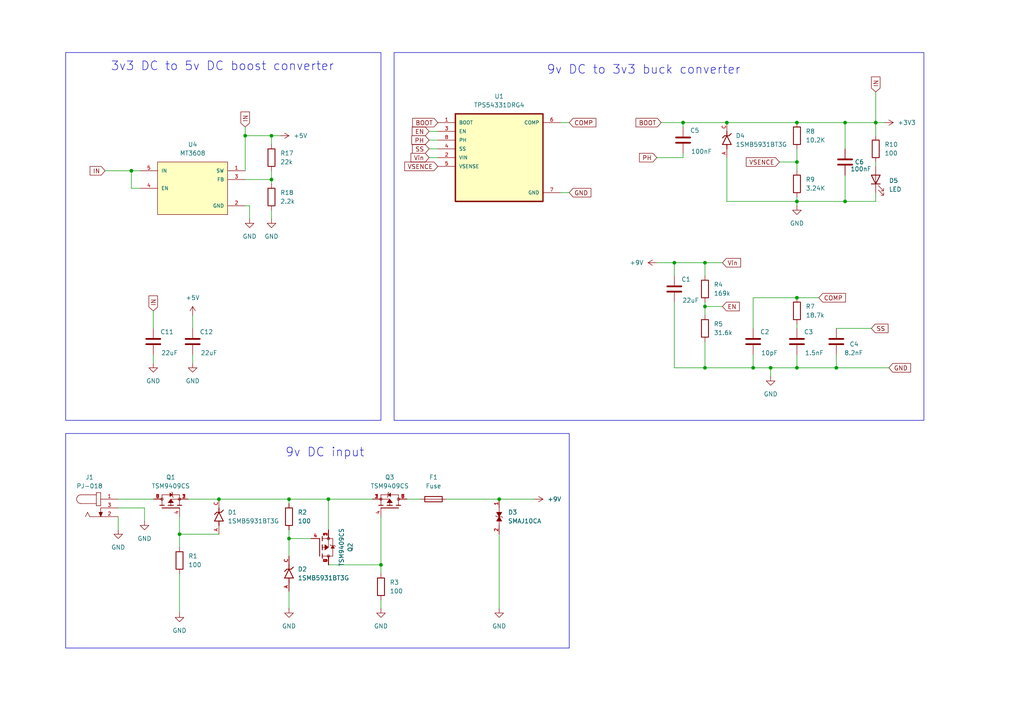
<source format=kicad_sch>
(kicad_sch (version 20231120) (generator "eeschema") (generator_version "8.0")
  (paper "A4")
  (title_block (title "M.2 E-KEY SOCKET") (date "20 NO 2024") (rev "1") (company "ABTTRACT MACHINES") (comment 1 "DRAWN BY: JEFF MBOYA") (comment 2 "APPROVED BY: "))
  (lib_symbols
    (symbol "1SMB5931BT3G:1SMB5931BT3G" (pin_names (offset 1.016))
      (property "Reference" "D" (at -5.08 2.54 0))
      (property "Value" "1SMB5931BT3G" (at -5.08 -3.81 0))
      (symbol "1SMB5931BT3G_0_0"
        (polyline (pts (xy -2.54 0) (xy -1.27 0)) (stroke (width 0.254)))
        (polyline (pts (xy -1.27 -1.27) (xy 1.27 0)) (stroke (width 0.254)))
        (polyline (pts (xy -1.27 0) (xy -1.27 -1.27)) (stroke (width 0.254)))
        (polyline (pts (xy -1.27 1.27) (xy -1.27 0)) (stroke (width 0.254)))
        (polyline (pts (xy 0.635 1.27) (xy 1.27 0.635)) (stroke (width 0.254)))
        (polyline (pts (xy 1.27 -0.635) (xy 1.905 -1.27)) (stroke (width 0.254)))
        (polyline (pts (xy 1.27 0) (xy -1.27 1.27)) (stroke (width 0.254)))
        (polyline (pts (xy 1.27 0) (xy 1.27 -0.635)) (stroke (width 0.254)))
        (polyline (pts (xy 1.27 0.635) (xy 1.27 0)) (stroke (width 0.254)))
        (polyline (pts (xy 2.54 0) (xy 1.27 0)) (stroke (width 0.254)))
        (pin passive line (at -5.08 0 0) (length 2.54) (name "~") (number "A"))
        (pin passive line (at 5.08 0 180) (length 2.54) (name "~") (number "C"))
      )
    )
    (symbol "Device:C" (pin_numbers hide) (pin_names (offset 0.254))
      (property "Reference" "C" (at 0.635 2.54 0))
      (property "Value" "C" (at 0.635 -2.54 0))
      (symbol "C_0_1"
        (polyline (pts (xy -2.032 -0.762) (xy 2.032 -0.762)) (stroke (width 0.508)))
        (polyline (pts (xy -2.032 0.762) (xy 2.032 0.762)) (stroke (width 0.508)))
      )
      (symbol "C_1_1"
        (pin passive line (at 0 3.81 270) (length 2.794) (name "~") (number "1"))
        (pin passive line (at 0 -3.81 90) (length 2.794) (name "~") (number "2"))
      )
    )
    (symbol "Device:Fuse" (pin_numbers hide) (pin_names (offset 0))
      (property "Reference" "F" (at 2.032 0 90))
      (property "Value" "Fuse" (at -1.905 0 90))
      (symbol "Fuse_0_1"
        (rectangle (start -0.762 -2.54) (end 0.762 2.54) (stroke (width 0.254)))
        (polyline (pts (xy 0 2.54) (xy 0 -2.54)))
      )
      (symbol "Fuse_1_1"
        (pin passive line (at 0 3.81 270) (length 1.27) (name "~") (number "1"))
        (pin passive line (at 0 -3.81 90) (length 1.27) (name "~") (number "2"))
      )
    )
    (symbol "Device:LED" (pin_numbers hide) (pin_names (offset 1.016) hide)
      (property "Reference" "D" (at 0 2.54 0))
      (property "Value" "LED" (at 0 -2.54 0))
      (symbol "LED_0_1"
        (polyline (pts (xy -1.27 -1.27) (xy -1.27 1.27)) (stroke (width 0.254)))
        (polyline (pts (xy -1.27 0) (xy 1.27 0)))
        (polyline (pts (xy 1.27 -1.27) (xy 1.27 1.27) (xy -1.27 0) (xy 1.27 -1.27)) (stroke (width 0.254)))
        (polyline (pts (xy -3.048 -0.762) (xy -4.572 -2.286) (xy -3.81 -2.286) (xy -4.572 -2.286) (xy -4.572 -1.524)))
        (polyline (pts (xy -1.778 -0.762) (xy -3.302 -2.286) (xy -2.54 -2.286) (xy -3.302 -2.286) (xy -3.302 -1.524)))
      )
      (symbol "LED_1_1"
        (pin passive line (at -3.81 0 0) (length 2.54) (name "K") (number "1"))
        (pin passive line (at 3.81 0 180) (length 2.54) (name "A") (number "2"))
      )
    )
    (symbol "Device:R" (pin_numbers hide) (pin_names (offset 0))
      (property "Reference" "R" (at 2.032 0 90))
      (property "Value" "R" (at 0 0 90))
      (symbol "R_0_1"
        (rectangle (start -1.016 -2.54) (end 1.016 2.54) (stroke (width 0.254)))
      )
      (symbol "R_1_1"
        (pin passive line (at 0 3.81 270) (length 1.27) (name "~") (number "1"))
        (pin passive line (at 0 -3.81 90) (length 1.27) (name "~") (number "2"))
      )
    )
    (symbol "MT3608:MT3608" (pin_names (offset 1.016))
      (property "Reference" "U" (at -10.16 10.16 0))
      (property "Value" "MT3608" (at -10.16 -12.7 0))
      (symbol "MT3608_0_0"
        (rectangle (start -10.16 -7.62) (end 10.16 7.62) (stroke (width 0.1524)) (fill (type background)))
        (pin output line (at 15.24 5.08 180) (length 5.08) (name "SW") (number "1"))
        (pin power_in line (at 15.24 -5.08 180) (length 5.08) (name "GND") (number "2"))
        (pin input line (at 15.24 2.54 180) (length 5.08) (name "FB") (number "3"))
        (pin input line (at -15.24 0 0) (length 5.08) (name "EN") (number "4"))
        (pin input line (at -15.24 5.08 0) (length 5.08) (name "IN") (number "5"))
      )
    )
    (symbol "PJ-018:PJ-018" (pin_names (offset 1.016))
      (property "Reference" "J" (at -7.6332 5.0888 0))
      (property "Value" "PJ-018" (at -7.6348 -5.0898 0))
      (symbol "PJ-018_0_0"
        (arc (start -5.715 3.81) (mid -6.9794 2.54) (end -5.715 1.27) (stroke (width 0.1524)))
        (polyline (pts (xy -5.715 3.81) (xy -1.27 3.81)) (stroke (width 0.1524)))
        (polyline (pts (xy -3.81 -1.27) (xy -4.445 -2.54)) (stroke (width 0.1524)))
        (polyline (pts (xy -3.175 -2.54) (xy -3.81 -1.27)) (stroke (width 0.1524)))
        (polyline (pts (xy -1.27 0.635) (xy 0 0.635)) (stroke (width 0.1524)))
        (polyline (pts (xy -1.27 1.27) (xy -5.715 1.27)) (stroke (width 0.1524)))
        (polyline (pts (xy -1.27 1.27) (xy -1.27 0.635)) (stroke (width 0.1524)))
        (polyline (pts (xy -1.27 3.81) (xy -1.27 1.27)) (stroke (width 0.1524)))
        (polyline (pts (xy -1.27 4.445) (xy -1.27 3.81)) (stroke (width 0.1524)))
        (polyline (pts (xy 0 -2.54) (xy -3.175 -2.54)) (stroke (width 0.1524)))
        (polyline (pts (xy 0 0) (xy 0 -2.54)) (stroke (width 0.1524)))
        (polyline (pts (xy 0 0.635) (xy 0 4.445)) (stroke (width 0.1524)))
        (polyline (pts (xy 0 4.445) (xy -1.27 4.445)) (stroke (width 0.1524)))
        (polyline (pts (xy 0 -2.54) (xy -0.508 -1.27) (xy 0.508 -1.27) (xy 0 -2.54)) (stroke (width 0.1524)) (fill (type outline)))
        (pin passive line (at 5.08 2.54 180) (length 5.08) (name "~") (number "1"))
        (pin passive line (at 5.08 -2.54 180) (length 5.08) (name "~") (number "2"))
        (pin passive line (at 5.08 0 180) (length 5.08) (name "~") (number "3"))
      )
    )
    (symbol "SMAJ10CA:SMAJ10CA" (pin_names (offset 1.016))
      (property "Reference" "D" (at -5.08 2.54 0))
      (property "Value" "SMAJ10CA" (at -5.08 -5.08 0))
      (symbol "SMAJ10CA_0_0"
        (polyline (pts (xy -1.27 0) (xy -2.54 0)) (stroke (width 0.1524)))
        (polyline (pts (xy 0 -0.762) (xy -0.254 -1.016)) (stroke (width 0.1524)))
        (polyline (pts (xy 0 -0.762) (xy 0 0.762)) (stroke (width 0.1524)))
        (polyline (pts (xy 0 0.762) (xy 0.254 1.016)) (stroke (width 0.1524)))
        (polyline (pts (xy 1.27 0) (xy 2.54 0)) (stroke (width 0.1524)))
        (polyline (pts (xy 0 0) (xy -1.27 -0.762) (xy -1.27 0.762) (xy 0 0)) (stroke (width 0.1524)) (fill (type outline)))
        (polyline (pts (xy 0 0) (xy 1.27 0.762) (xy 1.27 -0.762) (xy 0 0)) (stroke (width 0.1524)) (fill (type outline)))
        (pin passive line (at -5.08 0 0) (length 2.54) (name "~") (number "1"))
        (pin passive line (at 5.08 0 180) (length 2.54) (name "~") (number "2"))
      )
    )
    (symbol "TPS54331DRG4:TPS54331DRG4" (pin_names (offset 1.016))
      (property "Reference" "U" (at -12.7 13.7 0))
      (property "Value" "TPS54331DRG4" (at -12.7 -16.7 0))
      (symbol "TPS54331DRG4_0_0"
        (rectangle (start -12.7 -12.7) (end 12.7 12.7) (stroke (width 0.41)) (fill (type background)))
        (pin input line (at -17.78 10.16 0) (length 5.08) (name "BOOT") (number "1"))
        (pin input line (at -17.78 0 0) (length 5.08) (name "VIN") (number "2"))
        (pin input line (at -17.78 7.62 0) (length 5.08) (name "EN") (number "3"))
        (pin input line (at -17.78 2.54 0) (length 5.08) (name "SS") (number "4"))
        (pin input line (at -17.78 -2.54 0) (length 5.08) (name "VSENSE") (number "5"))
        (pin output line (at 17.78 10.16 180) (length 5.08) (name "COMP") (number "6"))
        (pin power_in line (at 17.78 -10.16 180) (length 5.08) (name "GND") (number "7"))
        (pin input line (at -17.78 5.08 0) (length 5.08) (name "PH") (number "8"))
      )
    )
    (symbol "TSM9409CS:TSM9409CS" (pin_names (offset 1.016))
      (property "Reference" "Q" (at -8.89 3.81 0))
      (property "Value" "TSM9409CS" (at -8.89 -6.35 0))
      (symbol "TSM9409CS_0_0"
        (polyline (pts (xy 0 -2.54) (xy 0 2.54)) (stroke (width 0.254)))
        (polyline (pts (xy 0.762 -3.175) (xy 0.762 -2.54)) (stroke (width 0.254)))
        (polyline (pts (xy 0.762 -2.54) (xy 0.762 -1.905)) (stroke (width 0.254)))
        (polyline (pts (xy 0.762 -2.54) (xy 3.81 -2.54)) (stroke (width 0.1524)))
        (polyline (pts (xy 0.762 -0.762) (xy 0.762 0)) (stroke (width 0.254)))
        (polyline (pts (xy 0.762 0) (xy 0.762 0.762)) (stroke (width 0.254)))
        (polyline (pts (xy 0.762 0) (xy 2.54 0)) (stroke (width 0.1524)))
        (polyline (pts (xy 0.762 1.905) (xy 0.762 2.54)) (stroke (width 0.254)))
        (polyline (pts (xy 0.762 2.54) (xy 0.762 3.175)) (stroke (width 0.254)))
        (polyline (pts (xy 2.54 0) (xy 2.54 2.54)) (stroke (width 0.1524)))
        (polyline (pts (xy 2.54 2.54) (xy 0.762 2.54)) (stroke (width 0.1524)))
        (polyline (pts (xy 2.54 2.54) (xy 3.81 2.54)) (stroke (width 0.1524)))
        (polyline (pts (xy 3.048 0.762) (xy 3.302 0.508)) (stroke (width 0.1524)))
        (polyline (pts (xy 3.302 0.508) (xy 3.81 0.508)) (stroke (width 0.1524)))
        (polyline (pts (xy 3.81 -2.54) (xy 3.81 0.508)) (stroke (width 0.1524)))
        (polyline (pts (xy 3.81 0.508) (xy 3.81 2.54)) (stroke (width 0.1524)))
        (polyline (pts (xy 3.81 0.508) (xy 4.318 0.508)) (stroke (width 0.1524)))
        (polyline (pts (xy 4.318 0.508) (xy 4.572 0.254)) (stroke (width 0.1524)))
        (polyline (pts (xy 2.54 0) (xy 1.524 0.762) (xy 1.524 -0.762) (xy 2.54 0)) (stroke (width 0.1524)) (fill (type outline)))
        (polyline (pts (xy 3.81 0.508) (xy 4.318 -0.254) (xy 3.302 -0.254) (xy 3.81 0.508)) (stroke (width 0.1524)) (fill (type outline)))
        (circle (center 2.54 -2.54) (radius 0.3592))
        (circle (center 2.54 2.54) (radius 0.3592))
        (pin passive line (at 2.54 5.08 270) (length 2.54) (name "~") (number "1"))
        (pin passive line (at 2.54 5.08 270) (length 2.54) (name "~") (number "2"))
        (pin passive line (at 2.54 5.08 270) (length 2.54) (name "~") (number "3"))
        (pin passive line (at -2.54 2.54 0) (length 2.54) (name "~") (number "4"))
        (pin passive line (at 2.54 -5.08 90) (length 2.54) (name "~") (number "5"))
        (pin passive line (at 2.54 -5.08 90) (length 2.54) (name "~") (number "6"))
        (pin passive line (at 2.54 -5.08 90) (length 2.54) (name "~") (number "7"))
        (pin passive line (at 2.54 -5.08 90) (length 2.54) (name "~") (number "8"))
      )
    )
    (symbol "power:+3V3" (power) (pin_numbers hide) (pin_names (offset 0) hide)
      (property "Value" "+3V3" (at 0 3.556 0))
      (symbol "+3V3_0_1"
        (polyline (pts (xy -0.762 1.27) (xy 0 2.54)))
        (polyline (pts (xy 0 0) (xy 0 2.54)))
        (polyline (pts (xy 0 2.54) (xy 0.762 1.27)))
      )
      (symbol "+3V3_1_1"
        (pin power_in line (at 0 0 90) (length 0) (name "~") (number "1"))
      )
    )
    (symbol "power:+5V" (power) (pin_numbers hide) (pin_names (offset 0) hide)
      (property "Value" "+5V" (at 0 3.556 0))
      (symbol "+5V_0_1"
        (polyline (pts (xy -0.762 1.27) (xy 0 2.54)))
        (polyline (pts (xy 0 0) (xy 0 2.54)))
        (polyline (pts (xy 0 2.54) (xy 0.762 1.27)))
      )
      (symbol "+5V_1_1"
        (pin power_in line (at 0 0 90) (length 0) (name "~") (number "1"))
      )
    )
    (symbol "power:+9V" (power) (pin_numbers hide) (pin_names (offset 0) hide)
      (property "Value" "+9V" (at 0 3.556 0))
      (symbol "+9V_0_1"
        (polyline (pts (xy -0.762 1.27) (xy 0 2.54)))
        (polyline (pts (xy 0 0) (xy 0 2.54)))
        (polyline (pts (xy 0 2.54) (xy 0.762 1.27)))
      )
      (symbol "+9V_1_1"
        (pin power_in line (at 0 0 90) (length 0) (name "~") (number "1"))
      )
    )
    (symbol "power:GND" (power) (pin_names (offset 0))
      (property "Value" "GND" (at 0 -3.81 0))
      (symbol "GND_0_1"
        (polyline (pts (xy 0 0) (xy 0 -1.27) (xy 1.27 -1.27) (xy 0 -2.54) (xy -1.27 -1.27) (xy 0 -1.27)))
      )
      (symbol "GND_1_1"
        (pin power_in line (at 0 0 270) (length 0) hide (name "GND") (number "1"))
      )
    )
    (symbol "power:GND1" (power) (pin_numbers hide) (pin_names (offset 0) hide)
      (property "Value" "GND1" (at 0 -3.81 0))
      (symbol "GND1_0_1"
        (polyline (pts (xy 0 0) (xy 0 -1.27) (xy 1.27 -1.27) (xy 0 -2.54) (xy -1.27 -1.27) (xy 0 -1.27)))
      )
      (symbol "GND1_1_1"
        (pin power_in line (at 0 0 270) (length 0) (name "~") (number "1"))
      )
    )
  )
  (junction (at 223.52 106.68))
  (junction (at 38.1 49.53))
  (junction (at 231.14 86.36))
  (junction (at 231.14 35.56))
  (junction (at 110.49 163.83))
  (junction (at 198.12 35.56))
  (junction (at 52.07 154.94))
  (junction (at 242.57 106.68))
  (junction (at 204.47 88.9))
  (junction (at 210.82 35.56))
  (junction (at 144.78 144.78))
  (junction (at 83.82 156.21))
  (junction (at 245.11 35.56))
  (junction (at 231.14 58.42))
  (junction (at 78.74 52.07))
  (junction (at 95.25 144.78))
  (junction (at 245.11 58.42))
  (junction (at 204.47 76.2))
  (junction (at 195.58 76.2))
  (junction (at 63.5 144.78))
  (junction (at 83.82 144.78))
  (junction (at 218.44 106.68))
  (junction (at 231.14 46.99))
  (junction (at 254 35.56))
  (junction (at 231.14 106.68))
  (junction (at 71.12 39.37))
  (junction (at 204.47 106.68))
  (junction (at 78.74 39.37))
  (wire (pts (xy 190.5 45.72) (xy 198.12 45.72)))
  (wire (pts (xy 204.47 88.9) (xy 204.47 91.44)))
  (wire (pts (xy 38.1 49.53) (xy 40.64 49.53)))
  (wire (pts (xy 218.44 106.68) (xy 204.47 106.68)))
  (wire (pts (xy 226.06 46.99) (xy 231.14 46.99)))
  (wire (pts (xy 124.46 43.18) (xy 127 43.18)))
  (wire (pts (xy 52.07 154.94) (xy 52.07 158.75)))
  (wire (pts (xy 191.77 35.56) (xy 198.12 35.56)))
  (wire (pts (xy 223.52 106.68) (xy 218.44 106.68)))
  (wire (pts (xy 63.5 144.78) (xy 83.82 144.78)))
  (wire (pts (xy 78.74 39.37) (xy 71.12 39.37)))
  (wire (pts (xy 231.14 58.42) (xy 245.11 58.42)))
  (wire (pts (xy 198.12 45.72) (xy 198.12 44.45)))
  (wire (pts (xy 44.45 95.25) (xy 44.45 90.17)))
  (wire (pts (xy 78.74 63.5) (xy 78.74 60.96)))
  (wire (pts (xy 231.14 102.87) (xy 231.14 106.68)))
  (wire (pts (xy 242.57 106.68) (xy 257.81 106.68)))
  (wire (pts (xy 242.57 95.25) (xy 252.73 95.25)))
  (wire (pts (xy 124.46 45.72) (xy 127 45.72)))
  (wire (pts (xy 210.82 58.42) (xy 231.14 58.42)))
  (wire (pts (xy 83.82 156.21) (xy 83.82 161.29)))
  (wire (pts (xy 41.91 147.32) (xy 41.91 151.13)))
  (wire (pts (xy 71.12 49.53) (xy 71.12 39.37)))
  (wire (pts (xy 245.11 43.18) (xy 245.11 35.56)))
  (wire (pts (xy 110.49 149.86) (xy 110.49 163.83)))
  (wire (pts (xy 34.29 144.78) (xy 44.45 144.78)))
  (wire (pts (xy 231.14 46.99) (xy 231.14 49.53)))
  (wire (pts (xy 231.14 93.98) (xy 231.14 95.25)))
  (wire (pts (xy 223.52 106.68) (xy 231.14 106.68)))
  (wire (pts (xy 52.07 149.86) (xy 52.07 154.94)))
  (wire (pts (xy 195.58 76.2) (xy 195.58 80.01)))
  (wire (pts (xy 83.82 144.78) (xy 83.82 146.05)))
  (wire (pts (xy 38.1 54.61) (xy 38.1 49.53)))
  (wire (pts (xy 231.14 57.15) (xy 231.14 58.42)))
  (wire (pts (xy 254 35.56) (xy 254 39.37)))
  (wire (pts (xy 118.11 144.78) (xy 121.92 144.78)))
  (wire (pts (xy 231.14 35.56) (xy 245.11 35.56)))
  (wire (pts (xy 231.14 86.36) (xy 237.49 86.36)))
  (wire (pts (xy 34.29 147.32) (xy 41.91 147.32)))
  (wire (pts (xy 144.78 176.53) (xy 144.78 154.94)))
  (wire (pts (xy 78.74 52.07) (xy 78.74 53.34)))
  (wire (pts (xy 204.47 88.9) (xy 209.55 88.9)))
  (wire (pts (xy 195.58 76.2) (xy 204.47 76.2)))
  (wire (pts (xy 254 35.56) (xy 256.54 35.56)))
  (wire (pts (xy 110.49 173.99) (xy 110.49 176.53)))
  (wire (pts (xy 124.46 38.1) (xy 127 38.1)))
  (wire (pts (xy 71.12 36.83) (xy 71.12 39.37)))
  (wire (pts (xy 34.29 153.67) (xy 34.29 149.86)))
  (wire (pts (xy 78.74 39.37) (xy 78.74 41.91)))
  (wire (pts (xy 198.12 35.56) (xy 210.82 35.56)))
  (wire (pts (xy 55.88 91.44) (xy 55.88 95.25)))
  (wire (pts (xy 95.25 144.78) (xy 107.95 144.78)))
  (wire (pts (xy 210.82 45.72) (xy 210.82 58.42)))
  (wire (pts (xy 210.82 35.56) (xy 231.14 35.56)))
  (wire (pts (xy 218.44 102.87) (xy 218.44 106.68)))
  (wire (pts (xy 71.12 52.07) (xy 78.74 52.07)))
  (wire (pts (xy 144.78 144.78) (xy 154.94 144.78)))
  (wire (pts (xy 83.82 156.21) (xy 90.17 156.21)))
  (wire (pts (xy 95.25 163.83) (xy 110.49 163.83)))
  (wire (pts (xy 195.58 106.68) (xy 204.47 106.68)))
  (wire (pts (xy 204.47 76.2) (xy 209.55 76.2)))
  (wire (pts (xy 129.54 144.78) (xy 144.78 144.78)))
  (wire (pts (xy 231.14 106.68) (xy 242.57 106.68)))
  (wire (pts (xy 231.14 86.36) (xy 218.44 86.36)))
  (wire (pts (xy 245.11 58.42) (xy 254 58.42)))
  (wire (pts (xy 52.07 154.94) (xy 63.5 154.94)))
  (wire (pts (xy 254 26.67) (xy 254 35.56)))
  (wire (pts (xy 52.07 166.37) (xy 52.07 177.8)))
  (wire (pts (xy 223.52 109.22) (xy 223.52 106.68)))
  (wire (pts (xy 72.39 63.5) (xy 72.39 59.69)))
  (wire (pts (xy 72.39 59.69) (xy 71.12 59.69)))
  (wire (pts (xy 55.88 102.87) (xy 55.88 105.41)))
  (wire (pts (xy 245.11 50.8) (xy 245.11 58.42)))
  (wire (pts (xy 218.44 86.36) (xy 218.44 95.25)))
  (wire (pts (xy 54.61 144.78) (xy 63.5 144.78)))
  (wire (pts (xy 198.12 35.56) (xy 198.12 36.83)))
  (wire (pts (xy 204.47 106.68) (xy 204.47 99.06)))
  (wire (pts (xy 124.46 40.64) (xy 127 40.64)))
  (wire (pts (xy 254 46.99) (xy 254 48.26)))
  (wire (pts (xy 78.74 49.53) (xy 78.74 52.07)))
  (wire (pts (xy 204.47 87.63) (xy 204.47 88.9)))
  (wire (pts (xy 204.47 76.2) (xy 204.47 80.01)))
  (wire (pts (xy 40.64 54.61) (xy 38.1 54.61)))
  (wire (pts (xy 83.82 171.45) (xy 83.82 176.53)))
  (wire (pts (xy 254 55.88) (xy 254 58.42)))
  (wire (pts (xy 165.1 35.56) (xy 162.56 35.56)))
  (wire (pts (xy 30.48 49.53) (xy 38.1 49.53)))
  (wire (pts (xy 95.25 144.78) (xy 83.82 144.78)))
  (wire (pts (xy 110.49 163.83) (xy 110.49 166.37)))
  (wire (pts (xy 195.58 87.63) (xy 195.58 106.68)))
  (wire (pts (xy 190.5 76.2) (xy 195.58 76.2)))
  (wire (pts (xy 81.28 39.37) (xy 78.74 39.37)))
  (wire (pts (xy 83.82 153.67) (xy 83.82 156.21)))
  (wire (pts (xy 242.57 102.87) (xy 242.57 106.68)))
  (wire (pts (xy 44.45 102.87) (xy 44.45 105.41)))
  (wire (pts (xy 95.25 144.78) (xy 95.25 153.67)))
  (wire (pts (xy 165.1 55.88) (xy 162.56 55.88)))
  (wire (pts (xy 231.14 43.18) (xy 231.14 46.99)))
  (wire (pts (xy 231.14 59.69) (xy 231.14 58.42)))
  (wire (pts (xy 245.11 35.56) (xy 254 35.56)))
  (rectangle (start 114.3 15.24) (end 267.97 121.92))
  (rectangle (start 19.05 125.73) (end 165.1 187.96))
  (rectangle (start 19.05 15.24) (end 110.49 121.92))
  (text "9v DC input" (at 94.234 131.318 0) (effects (font (size 2.54 2.54))))
  (text "9v DC to 3v3 buck converter" (at 186.69 20.32 0) (effects (font (size 2.54 2.54))))
  (text "3v3 DC to 5v DC boost converter" (at 64.516 19.304 0) (effects (font (size 2.54 2.54))))
  (global_label "IN" (shape input) (at 254 26.67 90) (property "Intersheetrefs" "${INTERSHEET_REFS}" (effects (hide yes))))
  (global_label "COMP" (shape input) (at 165.1 35.56 0) (property "Intersheetrefs" "${INTERSHEET_REFS}" (effects (hide yes))))
  (global_label "VSENCE" (shape input) (at 226.06 46.99 180) (property "Intersheetrefs" "${INTERSHEET_REFS}" (effects (hide yes))))
  (global_label "BOOT" (shape input) (at 191.77 35.56 180) (property "Intersheetrefs" "${INTERSHEET_REFS}" (effects (hide yes))))
  (global_label "BOOT" (shape input) (at 127 35.56 180) (property "Intersheetrefs" "${INTERSHEET_REFS}" (effects (hide yes))))
  (global_label "Vin" (shape input) (at 209.55 76.2 0) (property "Intersheetrefs" "${INTERSHEET_REFS}" (effects (hide yes))))
  (global_label "EN" (shape input) (at 209.55 88.9 0) (property "Intersheetrefs" "${INTERSHEET_REFS}" (effects (hide yes))))
  (global_label "GND" (shape input) (at 165.1 55.88 0) (property "Intersheetrefs" "${INTERSHEET_REFS}" (effects (hide yes))))
  (global_label "VSENCE" (shape input) (at 127 48.26 180) (property "Intersheetrefs" "${INTERSHEET_REFS}" (effects (hide yes))))
  (global_label "GND" (shape input) (at 257.81 106.68 0) (property "Intersheetrefs" "${INTERSHEET_REFS}" (effects (hide yes))))
  (global_label "IN" (shape input) (at 71.12 36.83 90) (property "Intersheetrefs" "${INTERSHEET_REFS}" (effects (hide yes))))
  (global_label "IN" (shape input) (at 30.48 49.53 180) (property "Intersheetrefs" "${INTERSHEET_REFS}" (effects (hide yes))))
  (global_label "EN" (shape input) (at 124.46 38.1 180) (property "Intersheetrefs" "${INTERSHEET_REFS}" (effects (hide yes))))
  (global_label "SS" (shape input) (at 124.46 43.18 180) (property "Intersheetrefs" "${INTERSHEET_REFS}" (effects (hide yes))))
  (global_label "Vin" (shape input) (at 124.46 45.72 180) (property "Intersheetrefs" "${INTERSHEET_REFS}" (effects (hide yes))))
  (global_label "PH" (shape input) (at 124.46 40.64 180) (property "Intersheetrefs" "${INTERSHEET_REFS}" (effects (hide yes))))
  (global_label "COMP" (shape input) (at 237.49 86.36 0) (property "Intersheetrefs" "${INTERSHEET_REFS}" (effects (hide yes))))
  (global_label "SS" (shape input) (at 252.73 95.25 0) (property "Intersheetrefs" "${INTERSHEET_REFS}" (effects (hide yes))))
  (global_label "IN" (shape input) (at 44.45 90.17 90) (property "Intersheetrefs" "${INTERSHEET_REFS}" (effects (hide yes))))
  (global_label "PH" (shape input) (at 190.5 45.72 180) (property "Intersheetrefs" "${INTERSHEET_REFS}" (effects (hide yes))))
  (symbol (lib_id "power:GND1") (at 52.07 177.8 0) (unit 1)
    (property "Reference" "#PWR012" (effects (hide yes)))
    (property "Value" "GND" (at 52.07 182.88 0))
    (property "Description" "Power symbol creates a global label with name \"GND1\" , ground" (effects (hide yes)))
  )
  (symbol (lib_id "Device:R") (at 204.47 83.82 0) (unit 1)
    (property "Reference" "R4" (at 207.01 82.5499 0) (effects (justify left)))
    (property "Value" "169k" (at 207.01 85.0899 0) (effects (justify left)))
    (property "Footprint" "Resistor_SMD:R_0603_1608Metric" (effects (hide yes)))
    (property "Description" "Resistor" (effects (hide yes)))
  )
  (symbol (lib_id "TSM9409CS:TSM9409CS") (at 92.71 158.75 0) (unit 1)
    (property "Reference" "Q2" (at 101.6 158.75 90))
    (property "Value" "TSM9409CS" (at 99.06 158.75 90))
    (property "Footprint" "TSM9409CS:TRANS_TSM9409CS" (effects (hide yes)))
    (property "MF" "Taiwan Semiconductor" (effects (hide yes)))
    (property "MAXIMUM_PACKAGE_HEIGHT" "1.75mm" (effects (hide yes)))
    (property "Package" "SOP-8 Taiwan Semiconductor" (effects (hide yes)))
    (property "Price" "None" (effects (hide yes)))
    (property "Check_prices" "https://www.snapeda.com/parts/TSM9409CS/Taiwan+Semiconductor/view-part/?ref=eda" (effects (hide yes)))
    (property "STANDARD" "Manufacturer Recommendations" (effects (hide yes)))
    (property "PARTREV" "D2405" (effects (hide yes)))
    (property "SnapEDA_Link" "https://www.snapeda.com/parts/TSM9409CS/Taiwan+Semiconductor/view-part/?ref=snap" (effects (hide yes)))
    (property "MP" "TSM9409CS" (effects (hide yes)))
    (property "Description_1" "\n                        \n                            -60V, -3A, Single P-Channel MOSFETs\n                        \n" (effects (hide yes)))
    (property "Availability" "In Stock" (effects (hide yes)))
    (property "MANUFACTURER" "Taiwan Semiconductor" (effects (hide yes)))
  )
  (symbol (lib_id "power:GND") (at 72.39 63.5 0) (unit 1)
    (property "Reference" "#PWR038" (effects (hide yes)))
    (property "Value" "GND" (at 72.39 68.58 0))
  )
  (symbol (lib_id "Device:C") (at 231.14 99.06 0) (unit 1)
    (property "Reference" "C3" (at 233.172 96.266 0) (effects (justify left)))
    (property "Value" "1.5nF" (at 233.426 102.362 0) (effects (justify left)))
    (property "Footprint" "Capacitor_SMD:C_1206_3216Metric" (effects (hide yes)))
    (property "Description" "Unpolarized capacitor" (effects (hide yes)))
  )
  (symbol (lib_id "power:GND") (at 55.88 105.41 0) (unit 1)
    (property "Reference" "#PWR039" (effects (hide yes)))
    (property "Value" "GND" (at 55.88 110.49 0))
  )
  (symbol (lib_id "1SMB5931BT3G:1SMB5931BT3G") (at 63.5 149.86 90) (unit 1)
    (property "Reference" "D1" (at 66.04 148.5899 90) (effects (justify right)))
    (property "Value" "1SMB5931BT3G" (at 66.04 151.1299 90) (effects (justify right)))
    (property "Footprint" "1SMB5931BT3G:DIOM5436X247N" (effects (hide yes)))
    (property "MF" "onsemi" (effects (hide yes)))
    (property "MAXIMUM_PACKAGE_HEIGHT" "2.47 mm" (effects (hide yes)))
    (property "Package" "SMB-2 ON Semiconductor" (effects (hide yes)))
    (property "Price" "None" (effects (hide yes)))
    (property "Check_prices" "https://www.snapeda.com/parts/1SMB5931BT3G/Onsemi/view-part/?ref=eda" (effects (hide yes)))
    (property "STANDARD" "IPC 7351B" (effects (hide yes)))
    (property "PARTREV" "9" (effects (hide yes)))
    (property "SnapEDA_Link" "https://www.snapeda.com/parts/1SMB5931BT3G/Onsemi/view-part/?ref=snap" (effects (hide yes)))
    (property "MP" "1SMB5931BT3G" (effects (hide yes)))
    (property "Description_1" "\n                        \n                            Zener Diode Single 18V 5% 12Ohm 3000mW 2-Pin SMB T/R\n                        \n" (effects (hide yes)))
    (property "Availability" "In Stock" (effects (hide yes)))
    (property "MANUFACTURER" "ON Semiconductor" (effects (hide yes)))
  )
  (symbol (lib_id "power:+3V3") (at 256.54 35.56 270) (unit 1)
    (property "Reference" "#PWR021" (effects (hide yes)))
    (property "Value" "+3V3" (at 260.35 35.5599 90) (effects (justify left)))
    (property "Description" "Power symbol creates a global label with name \"+3V3\"" (effects (hide yes)))
  )
  (symbol (lib_id "power:+9V") (at 154.94 144.78 270) (unit 1)
    (property "Reference" "#PWR019" (effects (hide yes)))
    (property "Value" "+9V" (at 158.75 144.7799 90) (effects (justify left)))
    (property "Description" "Power symbol creates a global label with name \"+9V\"" (effects (hide yes)))
  )
  (symbol (lib_id "Device:C") (at 198.12 40.64 0) (unit 1)
    (property "Reference" "C5" (at 200.152 37.846 0) (effects (justify left)))
    (property "Value" "100nF" (at 200.406 43.942 0) (effects (justify left)))
    (property "Footprint" "Capacitor_SMD:C_1206_3216Metric" (effects (hide yes)))
    (property "Description" "Unpolarized capacitor" (effects (hide yes)))
  )
  (symbol (lib_id "Device:R") (at 78.74 57.15 0) (unit 1)
    (property "Reference" "R18" (at 81.28 55.8799 0) (effects (justify left)))
    (property "Value" "2.2k" (at 81.28 58.4199 0) (effects (justify left)))
    (property "Footprint" "Resistor_SMD:R_0603_1608Metric" (effects (hide yes)))
    (property "Description" "Resistor" (effects (hide yes)))
  )
  (symbol (lib_id "MT3608:MT3608") (at 55.88 54.61 0) (unit 1)
    (property "Reference" "U4" (at 55.88 41.91 0))
    (property "Value" "MT3608" (at 55.88 44.45 0))
    (property "Footprint" "MT3608:SOT95P280X145-6N" (effects (hide yes)))
    (property "MF" "Aerosemi Technology Co., Ltd" (effects (hide yes)))
    (property "MAXIMUM_PACKAGE_HEIGHT" "1.45mm" (effects (hide yes)))
    (property "Package" "Package" (effects (hide yes)))
    (property "Price" "None" (effects (hide yes)))
    (property "Check_prices" "https://www.snapeda.com/parts/MT3608/Aerosemi+Technology+Co.%252C+Ltd/view-part/?ref=eda" (effects (hide yes)))
    (property "STANDARD" "IPC-7351B" (effects (hide yes)))
    (property "PARTREV" "1.0" (effects (hide yes)))
    (property "SnapEDA_Link" "https://www.snapeda.com/parts/MT3608/Aerosemi+Technology+Co.%252C+Ltd/view-part/?ref=snap" (effects (hide yes)))
    (property "MP" "MT3608" (effects (hide yes)))
    (property "Description_1" "\n                        \n                            High Efficiency 1.2MHz\n2A Step Up Converter\n                        \n" (effects (hide yes)))
    (property "Availability" "Not in stock" (effects (hide yes)))
    (property "MANUFACTURER" "Aero Semi" (effects (hide yes)))
  )
  (symbol (lib_id "power:GND1") (at 223.52 109.22 0) (unit 1)
    (property "Reference" "#PWR017" (effects (hide yes)))
    (property "Value" "GND" (at 223.52 114.3 0))
    (property "Description" "Power symbol creates a global label with name \"GND1\" , ground" (effects (hide yes)))
  )
  (symbol (lib_id "Device:C") (at 242.57 99.06 0) (unit 1)
    (property "Reference" "C4" (at 246.38 99.822 0) (effects (justify left)))
    (property "Value" "8.2nF" (at 244.856 102.362 0) (effects (justify left)))
    (property "Footprint" "Capacitor_SMD:C_1206_3216Metric" (effects (hide yes)))
    (property "Description" "Unpolarized capacitor" (effects (hide yes)))
  )
  (symbol (lib_id "power:GND1") (at 110.49 176.53 0) (unit 1)
    (property "Reference" "#PWR016" (effects (hide yes)))
    (property "Value" "GND" (at 110.49 181.61 0))
    (property "Description" "Power symbol creates a global label with name \"GND1\" , ground" (effects (hide yes)))
  )
  (symbol (lib_id "Device:R") (at 204.47 95.25 0) (unit 1)
    (property "Reference" "R5" (at 207.01 93.9799 0) (effects (justify left)))
    (property "Value" "31.6k" (at 207.01 96.5199 0) (effects (justify left)))
    (property "Footprint" "Resistor_SMD:R_0603_1608Metric" (effects (hide yes)))
    (property "Description" "Resistor" (effects (hide yes)))
  )
  (symbol (lib_id "TPS54331DRG4:TPS54331DRG4") (at 144.78 45.72 0) (unit 1)
    (property "Reference" "U1" (at 144.78 27.94 0))
    (property "Value" "TPS54331DRG4" (at 144.78 30.48 0))
    (property "Footprint" "TPS54331DRG4:SOIC127P599X175-8N" (effects (hide yes)))
    (property "MF" "Texas Instruments" (effects (hide yes)))
    (property "Description_1" "\n                        \n                            3.5V to 28V Input, 3A, 570kHz Step-Down Converter with Eco-mode 8-SOIC -40 to 150\n                        \n" (effects (hide yes)))
    (property "Package" "SOIC-8 Texas Instruments" (effects (hide yes)))
    (property "Price" "None" (effects (hide yes)))
    (property "SnapEDA_Link" "https://www.snapeda.com/parts/TPS54331DRG4/Texas+Instruments/view-part/?ref=snap" (effects (hide yes)))
    (property "MP" "TPS54331DRG4" (effects (hide yes)))
    (property "Availability" "In Stock" (effects (hide yes)))
    (property "Check_prices" "https://www.snapeda.com/parts/TPS54331DRG4/Texas+Instruments/view-part/?ref=eda" (effects (hide yes)))
  )
  (symbol (lib_id "power:GND1") (at 144.78 176.53 0) (unit 1)
    (property "Reference" "#PWR018" (effects (hide yes)))
    (property "Value" "GND" (at 144.78 181.61 0))
    (property "Description" "Power symbol creates a global label with name \"GND1\" , ground" (effects (hide yes)))
  )
  (symbol (lib_id "1SMB5931BT3G:1SMB5931BT3G") (at 210.82 40.64 90) (unit 1)
    (property "Reference" "D4" (at 213.36 39.3699 90) (effects (justify right)))
    (property "Value" "1SMB5931BT3G" (at 213.36 41.9099 90) (effects (justify right)))
    (property "Footprint" "1SMB5931BT3G:DIOM5436X247N" (effects (hide yes)))
    (property "MF" "onsemi" (effects (hide yes)))
    (property "MAXIMUM_PACKAGE_HEIGHT" "2.47 mm" (effects (hide yes)))
    (property "Package" "SMB-2 ON Semiconductor" (effects (hide yes)))
    (property "Price" "None" (effects (hide yes)))
    (property "Check_prices" "https://www.snapeda.com/parts/1SMB5931BT3G/Onsemi/view-part/?ref=eda" (effects (hide yes)))
    (property "STANDARD" "IPC 7351B" (effects (hide yes)))
    (property "PARTREV" "9" (effects (hide yes)))
    (property "SnapEDA_Link" "https://www.snapeda.com/parts/1SMB5931BT3G/Onsemi/view-part/?ref=snap" (effects (hide yes)))
    (property "MP" "1SMB5931BT3G" (effects (hide yes)))
    (property "Description_1" "\n                        \n                            Zener Diode Single 18V 5% 12Ohm 3000mW 2-Pin SMB T/R\n                        \n" (effects (hide yes)))
    (property "Availability" "In Stock" (effects (hide yes)))
    (property "MANUFACTURER" "ON Semiconductor" (effects (hide yes)))
  )
  (symbol (lib_id "power:GND") (at 44.45 105.41 0) (unit 1)
    (property "Reference" "#PWR037" (effects (hide yes)))
    (property "Value" "GND" (at 44.45 110.49 0))
  )
  (symbol (lib_id "Device:R") (at 110.49 170.18 0) (unit 1)
    (property "Reference" "R3" (at 113.03 168.9099 0) (effects (justify left)))
    (property "Value" "100" (at 113.03 171.4499 0) (effects (justify left)))
    (property "Footprint" "Resistor_SMD:R_0603_1608Metric" (effects (hide yes)))
    (property "Description" "Resistor" (effects (hide yes)))
  )
  (symbol (lib_id "Device:R") (at 231.14 90.17 0) (unit 1)
    (property "Reference" "R7" (at 233.68 88.8999 0) (effects (justify left)))
    (property "Value" "18.7k" (at 233.68 91.4399 0) (effects (justify left)))
    (property "Footprint" "Resistor_SMD:R_0603_1608Metric" (effects (hide yes)))
    (property "Description" "Resistor" (effects (hide yes)))
  )
  (symbol (lib_id "SMAJ10CA:SMAJ10CA") (at 144.78 149.86 270) (unit 1)
    (property "Reference" "D3" (at 147.32 148.5899 90) (effects (justify left)))
    (property "Value" "SMAJ10CA" (at 147.32 151.1299 90) (effects (justify left)))
    (property "Footprint" "SMAJ10CA:DIOM4325X250N" (effects (hide yes)))
    (property "MF" "Taiwan Semiconductor" (effects (hide yes)))
    (property "MAXIMUM_PACKAGE_HEIGHT" "2.5 mm" (effects (hide yes)))
    (property "Package" "SMA Taiwan Semiconductor" (effects (hide yes)))
    (property "Price" "None" (effects (hide yes)))
    (property "Check_prices" "https://www.snapeda.com/parts/SMAJ10CA/Taiwan+Semiconductor/view-part/?ref=eda" (effects (hide yes)))
    (property "STANDARD" "IPC-7351B" (effects (hide yes)))
    (property "PARTREV" "S2102" (effects (hide yes)))
    (property "SnapEDA_Link" "https://www.snapeda.com/parts/SMAJ10CA/Taiwan+Semiconductor/view-part/?ref=snap" (effects (hide yes)))
    (property "MP" "SMAJ10CA" (effects (hide yes)))
    (property "Description_1" "\n                        \n                            400W, 11.7V, 5%, Bidirectional, TVS\n                        \n" (effects (hide yes)))
    (property "Availability" "In Stock" (effects (hide yes)))
    (property "MANUFACTURER" "Taiwan Semiconductor" (effects (hide yes)))
  )
  (symbol (lib_id "Device:C") (at 245.11 46.99 0) (unit 1)
    (property "Reference" "C6" (at 247.904 46.99 0) (effects (justify left)))
    (property "Value" "100nF" (at 246.634 49.022 0) (effects (justify left)))
    (property "Footprint" "Capacitor_SMD:C_1206_3216Metric" (effects (hide yes)))
    (property "Description" "Unpolarized capacitor" (effects (hide yes)))
  )
  (symbol (lib_id "Device:R") (at 83.82 149.86 0) (unit 1)
    (property "Reference" "R2" (at 86.36 148.5899 0) (effects (justify left)))
    (property "Value" "100" (at 86.36 151.1299 0) (effects (justify left)))
    (property "Footprint" "Resistor_SMD:R_0603_1608Metric" (effects (hide yes)))
    (property "Description" "Resistor" (effects (hide yes)))
  )
  (symbol (lib_id "power:GND1") (at 231.14 59.69 0) (unit 1)
    (property "Reference" "#PWR020" (effects (hide yes)))
    (property "Value" "GND" (at 231.14 64.77 0))
    (property "Description" "Power symbol creates a global label with name \"GND1\" , ground" (effects (hide yes)))
  )
  (symbol (lib_id "PJ-018:PJ-018") (at 29.21 147.32 0) (unit 1)
    (property "Reference" "J1" (at 25.9743 138.43 0))
    (property "Value" "PJ-018" (at 25.9743 140.97 0))
    (property "Footprint" "PJ-018:CUI_PJ-018" (effects (hide yes)))
    (property "MF" "Same Sky" (effects (hide yes)))
    (property "Description_1" "\n                        \n                            1.65 x 4.2 mm, 2.0 A, Horizontal, Through Hole, Dc Power Jack Connector\n                        \n" (effects (hide yes)))
    (property "Package" "None" (effects (hide yes)))
    (property "Price" "None" (effects (hide yes)))
    (property "Check_prices" "https://www.snapeda.com/parts/PJ-018/Same+Sky/view-part/?ref=eda" (effects (hide yes)))
    (property "STANDARD" "Manufacturer recommendations" (effects (hide yes)))
    (property "SnapEDA_Link" "https://www.snapeda.com/parts/PJ-018/Same+Sky/view-part/?ref=snap" (effects (hide yes)))
    (property "MP" "PJ-018" (effects (hide yes)))
    (property "Availability" "In Stock" (effects (hide yes)))
    (property "MANUFACTURER" "CUI INC" (effects (hide yes)))
  )
  (symbol (lib_id "1SMB5931BT3G:1SMB5931BT3G") (at 83.82 166.37 90) (unit 1)
    (property "Reference" "D2" (at 86.36 165.0999 90) (effects (justify right)))
    (property "Value" "1SMB5931BT3G" (at 86.36 167.6399 90) (effects (justify right)))
    (property "Footprint" "1SMB5931BT3G:DIOM5436X247N" (effects (hide yes)))
    (property "MF" "onsemi" (effects (hide yes)))
    (property "MAXIMUM_PACKAGE_HEIGHT" "2.47 mm" (effects (hide yes)))
    (property "Package" "SMB-2 ON Semiconductor" (effects (hide yes)))
    (property "Price" "None" (effects (hide yes)))
    (property "Check_prices" "https://www.snapeda.com/parts/1SMB5931BT3G/Onsemi/view-part/?ref=eda" (effects (hide yes)))
    (property "STANDARD" "IPC 7351B" (effects (hide yes)))
    (property "PARTREV" "9" (effects (hide yes)))
    (property "SnapEDA_Link" "https://www.snapeda.com/parts/1SMB5931BT3G/Onsemi/view-part/?ref=snap" (effects (hide yes)))
    (property "MP" "1SMB5931BT3G" (effects (hide yes)))
    (property "Description_1" "\n                        \n                            Zener Diode Single 18V 5% 12Ohm 3000mW 2-Pin SMB T/R\n                        \n" (effects (hide yes)))
    (property "Availability" "In Stock" (effects (hide yes)))
    (property "MANUFACTURER" "ON Semiconductor" (effects (hide yes)))
  )
  (symbol (lib_id "Device:C") (at 55.88 99.06 0) (unit 1)
    (property "Reference" "C12" (at 57.912 96.266 0) (effects (justify left)))
    (property "Value" "22uF" (at 58.166 102.362 0) (effects (justify left)))
    (property "Footprint" "Capacitor_SMD:C_1206_3216Metric" (effects (hide yes)))
    (property "Description" "Unpolarized capacitor" (effects (hide yes)))
  )
  (symbol (lib_id "Device:C") (at 218.44 99.06 0) (unit 1)
    (property "Reference" "C2" (at 220.472 96.266 0) (effects (justify left)))
    (property "Value" "10pF" (at 220.726 102.362 0) (effects (justify left)))
    (property "Footprint" "Capacitor_SMD:C_1206_3216Metric" (effects (hide yes)))
    (property "Description" "Unpolarized capacitor" (effects (hide yes)))
  )
  (symbol (lib_id "Device:R") (at 254 43.18 0) (unit 1)
    (property "Reference" "R10" (at 256.54 41.9099 0) (effects (justify left)))
    (property "Value" "100" (at 256.54 44.4499 0) (effects (justify left)))
    (property "Footprint" "Resistor_SMD:R_0603_1608Metric" (effects (hide yes)))
    (property "Description" "Resistor" (effects (hide yes)))
  )
  (symbol (lib_id "power:GND1") (at 83.82 176.53 0) (unit 1)
    (property "Reference" "#PWR014" (effects (hide yes)))
    (property "Value" "GND" (at 83.82 181.61 0))
    (property "Description" "Power symbol creates a global label with name \"GND1\" , ground" (effects (hide yes)))
  )
  (symbol (lib_id "power:GND") (at 78.74 63.5 0) (unit 1)
    (property "Reference" "#PWR036" (effects (hide yes)))
    (property "Value" "GND" (at 78.74 68.58 0))
  )
  (symbol (lib_id "power:+5V") (at 81.28 39.37 270) (unit 1)
    (property "Reference" "#PWR035" (effects (hide yes)))
    (property "Value" "+5V" (at 85.09 39.3699 90) (effects (justify left)))
    (property "Description" "Power symbol creates a global label with name \"+5V\"" (effects (hide yes)))
  )
  (symbol (lib_id "TSM9409CS:TSM9409CS") (at 113.03 147.32 90) (unit 1)
    (property "Reference" "Q3" (at 113.03 138.43 90))
    (property "Value" "TSM9409CS" (at 113.03 140.97 90))
    (property "Footprint" "TSM9409CS:TRANS_TSM9409CS" (effects (hide yes)))
    (property "MF" "Taiwan Semiconductor" (effects (hide yes)))
    (property "MAXIMUM_PACKAGE_HEIGHT" "1.75mm" (effects (hide yes)))
    (property "Package" "SOP-8 Taiwan Semiconductor" (effects (hide yes)))
    (property "Price" "None" (effects (hide yes)))
    (property "Check_prices" "https://www.snapeda.com/parts/TSM9409CS/Taiwan+Semiconductor/view-part/?ref=eda" (effects (hide yes)))
    (property "STANDARD" "Manufacturer Recommendations" (effects (hide yes)))
    (property "PARTREV" "D2405" (effects (hide yes)))
    (property "SnapEDA_Link" "https://www.snapeda.com/parts/TSM9409CS/Taiwan+Semiconductor/view-part/?ref=snap" (effects (hide yes)))
    (property "MP" "TSM9409CS" (effects (hide yes)))
    (property "Description_1" "\n                        \n                            -60V, -3A, Single P-Channel MOSFETs\n                        \n" (effects (hide yes)))
    (property "Availability" "In Stock" (effects (hide yes)))
    (property "MANUFACTURER" "Taiwan Semiconductor" (effects (hide yes)))
  )
  (symbol (lib_id "Device:R") (at 52.07 162.56 0) (unit 1)
    (property "Reference" "R1" (at 54.61 161.2899 0) (effects (justify left)))
    (property "Value" "100" (at 54.61 163.8299 0) (effects (justify left)))
    (property "Footprint" "Resistor_SMD:R_0603_1608Metric" (effects (hide yes)))
    (property "Description" "Resistor" (effects (hide yes)))
  )
  (symbol (lib_id "Device:C") (at 44.45 99.06 0) (unit 1)
    (property "Reference" "C11" (at 46.482 96.266 0) (effects (justify left)))
    (property "Value" "22uF" (at 46.736 102.362 0) (effects (justify left)))
    (property "Footprint" "Capacitor_SMD:C_1206_3216Metric" (effects (hide yes)))
    (property "Description" "Unpolarized capacitor" (effects (hide yes)))
  )
  (symbol (lib_id "TSM9409CS:TSM9409CS") (at 49.53 147.32 270) (mirror x) (unit 1)
    (property "Reference" "Q1" (at 49.53 138.43 90))
    (property "Value" "TSM9409CS" (at 49.53 140.97 90))
    (property "Footprint" "TSM9409CS:TRANS_TSM9409CS" (effects (hide yes)))
    (property "MF" "Taiwan Semiconductor" (effects (hide yes)))
    (property "MAXIMUM_PACKAGE_HEIGHT" "1.75mm" (effects (hide yes)))
    (property "Package" "SOP-8 Taiwan Semiconductor" (effects (hide yes)))
    (property "Price" "None" (effects (hide yes)))
    (property "Check_prices" "https://www.snapeda.com/parts/TSM9409CS/Taiwan+Semiconductor/view-part/?ref=eda" (effects (hide yes)))
    (property "STANDARD" "Manufacturer Recommendations" (effects (hide yes)))
    (property "PARTREV" "D2405" (effects (hide yes)))
    (property "SnapEDA_Link" "https://www.snapeda.com/parts/TSM9409CS/Taiwan+Semiconductor/view-part/?ref=snap" (effects (hide yes)))
    (property "MP" "TSM9409CS" (effects (hide yes)))
    (property "Description_1" "\n                        \n                            -60V, -3A, Single P-Channel MOSFETs\n                        \n" (effects (hide yes)))
    (property "Availability" "In Stock" (effects (hide yes)))
    (property "MANUFACTURER" "Taiwan Semiconductor" (effects (hide yes)))
  )
  (symbol (lib_id "power:GND") (at 34.29 153.67 0) (unit 1)
    (property "Reference" "#PWR030" (effects (hide yes)))
    (property "Value" "GND" (at 34.29 158.75 0))
  )
  (symbol (lib_id "power:GND") (at 41.91 151.13 0) (unit 1)
    (property "Reference" "#PWR011" (effects (hide yes)))
    (property "Value" "GND" (at 41.91 156.21 0))
  )
  (symbol (lib_id "Device:LED") (at 254 52.07 90) (unit 1)
    (property "Reference" "D5" (at 257.81 52.3874 90) (effects (justify right)))
    (property "Value" "LED" (at 257.81 54.9274 90) (effects (justify right)))
    (property "Footprint" "LED_SMD:LED_0603_1608Metric" (effects (hide yes)))
    (property "Description" "Light emitting diode" (effects (hide yes)))
  )
  (symbol (lib_id "power:+5V") (at 55.88 91.44 0) (unit 1)
    (property "Reference" "#PWR040" (effects (hide yes)))
    (property "Value" "+5V" (at 55.88 86.36 0))
    (property "Description" "Power symbol creates a global label with name \"+5V\"" (effects (hide yes)))
  )
  (symbol (lib_id "Device:Fuse") (at 125.73 144.78 90) (unit 1)
    (property "Reference" "F1" (at 125.73 138.43 90))
    (property "Value" "Fuse" (at 125.73 140.97 90))
    (property "Footprint" "Fuse:Fuse_0402_1005Metric" (effects (hide yes)))
    (property "Description" "Fuse" (effects (hide yes)))
  )
  (symbol (lib_id "power:+9V") (at 190.5 76.2 90) (unit 1)
    (property "Reference" "#PWR015" (effects (hide yes)))
    (property "Value" "+9V" (at 186.69 76.1999 90) (effects (justify left)))
    (property "Description" "Power symbol creates a global label with name \"+9V\"" (effects (hide yes)))
  )
  (symbol (lib_id "Device:R") (at 78.74 45.72 0) (unit 1)
    (property "Reference" "R17" (at 81.28 44.4499 0) (effects (justify left)))
    (property "Value" "22k" (at 81.28 46.9899 0) (effects (justify left)))
    (property "Footprint" "Resistor_SMD:R_0603_1608Metric" (effects (hide yes)))
    (property "Description" "Resistor" (effects (hide yes)))
  )
  (symbol (lib_id "Device:C") (at 195.58 83.82 0) (unit 1)
    (property "Reference" "C1" (at 197.612 81.026 0) (effects (justify left)))
    (property "Value" "22uF" (at 197.866 87.122 0) (effects (justify left)))
    (property "Footprint" "Capacitor_SMD:C_1206_3216Metric" (effects (hide yes)))
    (property "Description" "Unpolarized capacitor" (effects (hide yes)))
  )
  (symbol (lib_id "Device:R") (at 231.14 53.34 0) (unit 1)
    (property "Reference" "R9" (at 233.68 52.0699 0) (effects (justify left)))
    (property "Value" "3.24K" (at 233.68 54.6099 0) (effects (justify left)))
    (property "Footprint" "Resistor_SMD:R_0603_1608Metric" (effects (hide yes)))
    (property "Description" "Resistor" (effects (hide yes)))
  )
  (symbol (lib_id "Device:R") (at 231.14 39.37 0) (unit 1)
    (property "Reference" "R8" (at 233.68 38.0999 0) (effects (justify left)))
    (property "Value" "10.2K" (at 233.68 40.6399 0) (effects (justify left)))
    (property "Footprint" "Resistor_SMD:R_0603_1608Metric" (effects (hide yes)))
    (property "Description" "Resistor" (effects (hide yes)))
  )
)
</source>
